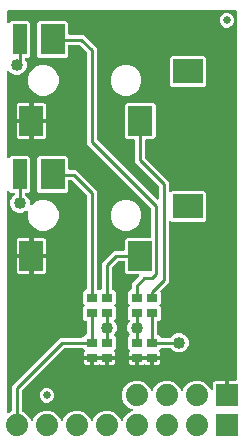
<source format=gbr>
G04 EAGLE Gerber RS-274X export*
G75*
%MOMM*%
%FSLAX34Y34*%
%LPD*%
%INTop Copper*%
%IPPOS*%
%AMOC8*
5,1,8,0,0,1.08239X$1,22.5*%
G01*
%ADD10R,0.900000X0.700000*%
%ADD11R,1.879600X1.879600*%
%ADD12C,1.879600*%
%ADD13R,2.000000X2.500000*%
%ADD14R,2.500000X2.000000*%
%ADD15R,1.200000X2.500000*%
%ADD16C,0.635000*%
%ADD17C,1.016000*%
%ADD18C,0.254000*%

G36*
X101715Y16218D02*
X101715Y16218D01*
X101828Y16228D01*
X101855Y16239D01*
X101885Y16243D01*
X101988Y16289D01*
X102093Y16330D01*
X102117Y16348D01*
X102144Y16360D01*
X102230Y16433D01*
X102320Y16502D01*
X102338Y16525D01*
X102360Y16544D01*
X102402Y16611D01*
X102490Y16729D01*
X102512Y16788D01*
X102538Y16829D01*
X103748Y19751D01*
X107249Y23252D01*
X110171Y24462D01*
X110196Y24477D01*
X110224Y24486D01*
X110319Y24549D01*
X110416Y24607D01*
X110436Y24628D01*
X110461Y24644D01*
X110534Y24731D01*
X110611Y24813D01*
X110625Y24839D01*
X110644Y24862D01*
X110690Y24965D01*
X110741Y25066D01*
X110747Y25095D01*
X110759Y25122D01*
X110775Y25234D01*
X110796Y25345D01*
X110794Y25374D01*
X110798Y25403D01*
X110782Y25515D01*
X110772Y25628D01*
X110761Y25655D01*
X110757Y25685D01*
X110711Y25788D01*
X110670Y25893D01*
X110652Y25917D01*
X110640Y25944D01*
X110567Y26030D01*
X110498Y26120D01*
X110475Y26138D01*
X110456Y26160D01*
X110389Y26202D01*
X110271Y26290D01*
X110212Y26312D01*
X110171Y26338D01*
X107249Y27548D01*
X103748Y31049D01*
X101853Y35624D01*
X101853Y40576D01*
X103748Y45151D01*
X107249Y48652D01*
X111824Y50547D01*
X116776Y50547D01*
X121351Y48652D01*
X124852Y45151D01*
X126062Y42229D01*
X126077Y42204D01*
X126086Y42176D01*
X126149Y42081D01*
X126207Y41984D01*
X126228Y41964D01*
X126244Y41939D01*
X126331Y41866D01*
X126413Y41789D01*
X126439Y41775D01*
X126462Y41756D01*
X126565Y41710D01*
X126666Y41659D01*
X126695Y41653D01*
X126722Y41641D01*
X126834Y41625D01*
X126945Y41604D01*
X126974Y41606D01*
X127003Y41602D01*
X127115Y41618D01*
X127228Y41628D01*
X127255Y41639D01*
X127285Y41643D01*
X127388Y41689D01*
X127493Y41730D01*
X127517Y41748D01*
X127544Y41760D01*
X127630Y41833D01*
X127720Y41902D01*
X127738Y41925D01*
X127760Y41944D01*
X127802Y42011D01*
X127890Y42129D01*
X127912Y42188D01*
X127938Y42229D01*
X129148Y45151D01*
X132649Y48652D01*
X137224Y50547D01*
X142176Y50547D01*
X146751Y48652D01*
X150252Y45151D01*
X151462Y42229D01*
X151477Y42204D01*
X151486Y42176D01*
X151549Y42081D01*
X151607Y41984D01*
X151628Y41964D01*
X151644Y41939D01*
X151731Y41866D01*
X151813Y41789D01*
X151839Y41775D01*
X151862Y41756D01*
X151965Y41710D01*
X152066Y41659D01*
X152095Y41653D01*
X152122Y41641D01*
X152234Y41625D01*
X152345Y41604D01*
X152374Y41606D01*
X152403Y41602D01*
X152515Y41618D01*
X152628Y41628D01*
X152655Y41639D01*
X152685Y41643D01*
X152788Y41689D01*
X152893Y41730D01*
X152917Y41748D01*
X152944Y41760D01*
X153030Y41833D01*
X153120Y41902D01*
X153138Y41925D01*
X153160Y41944D01*
X153202Y42011D01*
X153290Y42129D01*
X153312Y42188D01*
X153338Y42229D01*
X154548Y45151D01*
X158049Y48652D01*
X162624Y50547D01*
X167576Y50547D01*
X172151Y48652D01*
X175652Y45151D01*
X176608Y42842D01*
X176652Y42768D01*
X176687Y42690D01*
X176724Y42646D01*
X176753Y42597D01*
X176815Y42538D01*
X176871Y42473D01*
X176918Y42441D01*
X176959Y42402D01*
X177036Y42363D01*
X177107Y42315D01*
X177161Y42298D01*
X177212Y42272D01*
X177296Y42255D01*
X177378Y42229D01*
X177435Y42228D01*
X177491Y42217D01*
X177576Y42224D01*
X177662Y42222D01*
X177717Y42236D01*
X177774Y42241D01*
X177854Y42272D01*
X177937Y42294D01*
X177986Y42323D01*
X178039Y42343D01*
X178108Y42395D01*
X178182Y42439D01*
X178221Y42480D01*
X178266Y42515D01*
X178318Y42584D01*
X178376Y42646D01*
X178402Y42697D01*
X178436Y42742D01*
X178467Y42823D01*
X178506Y42899D01*
X178514Y42948D01*
X178537Y43008D01*
X178548Y43153D01*
X178561Y43230D01*
X178561Y47832D01*
X178734Y48479D01*
X179069Y49058D01*
X179542Y49531D01*
X180121Y49866D01*
X180768Y50039D01*
X188469Y50039D01*
X188469Y39116D01*
X188477Y39058D01*
X188475Y39000D01*
X188497Y38918D01*
X188509Y38835D01*
X188533Y38781D01*
X188547Y38725D01*
X188590Y38652D01*
X188625Y38575D01*
X188663Y38531D01*
X188693Y38480D01*
X188754Y38423D01*
X188809Y38358D01*
X188857Y38326D01*
X188900Y38286D01*
X188975Y38247D01*
X189045Y38201D01*
X189101Y38183D01*
X189153Y38156D01*
X189221Y38145D01*
X189316Y38115D01*
X189416Y38112D01*
X189484Y38101D01*
X191516Y38101D01*
X191574Y38109D01*
X191632Y38108D01*
X191714Y38129D01*
X191797Y38141D01*
X191851Y38165D01*
X191907Y38179D01*
X191980Y38222D01*
X192057Y38257D01*
X192102Y38295D01*
X192152Y38325D01*
X192210Y38386D01*
X192274Y38441D01*
X192306Y38489D01*
X192346Y38532D01*
X192385Y38607D01*
X192431Y38677D01*
X192449Y38733D01*
X192476Y38785D01*
X192487Y38853D01*
X192517Y38948D01*
X192520Y39048D01*
X192531Y39116D01*
X192531Y50039D01*
X197694Y50039D01*
X197751Y50047D01*
X197810Y50045D01*
X197892Y50067D01*
X197975Y50079D01*
X198028Y50102D01*
X198085Y50117D01*
X198157Y50160D01*
X198235Y50195D01*
X198279Y50232D01*
X198329Y50262D01*
X198387Y50324D01*
X198452Y50378D01*
X198484Y50427D01*
X198524Y50469D01*
X198562Y50545D01*
X198609Y50615D01*
X198627Y50671D01*
X198653Y50722D01*
X198665Y50791D01*
X198695Y50886D01*
X198698Y50986D01*
X198709Y51053D01*
X198878Y362965D01*
X198870Y363024D01*
X198872Y363082D01*
X198850Y363164D01*
X198839Y363247D01*
X198815Y363301D01*
X198800Y363357D01*
X198757Y363430D01*
X198723Y363506D01*
X198685Y363551D01*
X198655Y363602D01*
X198593Y363659D01*
X198539Y363724D01*
X198490Y363756D01*
X198447Y363796D01*
X198372Y363835D01*
X198302Y363881D01*
X198246Y363899D01*
X198194Y363926D01*
X198126Y363937D01*
X198032Y363967D01*
X197931Y363970D01*
X197863Y363981D01*
X5334Y363981D01*
X5276Y363973D01*
X5218Y363975D01*
X5136Y363953D01*
X5052Y363941D01*
X4999Y363918D01*
X4943Y363903D01*
X4870Y363860D01*
X4793Y363825D01*
X4748Y363787D01*
X4698Y363758D01*
X4640Y363696D01*
X4576Y363642D01*
X4544Y363593D01*
X4504Y363550D01*
X4465Y363475D01*
X4418Y363405D01*
X4401Y363349D01*
X4374Y363297D01*
X4363Y363229D01*
X4333Y363134D01*
X4330Y363034D01*
X4319Y362966D01*
X4319Y353881D01*
X4323Y353852D01*
X4320Y353823D01*
X4343Y353712D01*
X4359Y353600D01*
X4371Y353573D01*
X4376Y353544D01*
X4429Y353444D01*
X4475Y353340D01*
X4494Y353318D01*
X4507Y353292D01*
X4586Y353210D01*
X4658Y353123D01*
X4683Y353107D01*
X4703Y353086D01*
X4801Y353029D01*
X4895Y352966D01*
X4923Y352957D01*
X4948Y352942D01*
X5058Y352914D01*
X5166Y352880D01*
X5196Y352879D01*
X5224Y352872D01*
X5337Y352876D01*
X5450Y352873D01*
X5479Y352880D01*
X5508Y352881D01*
X5616Y352916D01*
X5725Y352945D01*
X5751Y352960D01*
X5779Y352969D01*
X5842Y353014D01*
X5970Y353090D01*
X6013Y353135D01*
X6052Y353163D01*
X7737Y354849D01*
X22263Y354849D01*
X24049Y353063D01*
X24049Y325537D01*
X22263Y323751D01*
X20396Y323751D01*
X20366Y323747D01*
X20337Y323750D01*
X20226Y323727D01*
X20114Y323711D01*
X20087Y323699D01*
X20058Y323694D01*
X19958Y323641D01*
X19855Y323595D01*
X19832Y323576D01*
X19806Y323563D01*
X19724Y323485D01*
X19638Y323412D01*
X19621Y323387D01*
X19600Y323367D01*
X19543Y323269D01*
X19480Y323175D01*
X19471Y323147D01*
X19456Y323121D01*
X19428Y323012D01*
X19394Y322904D01*
X19393Y322874D01*
X19386Y322846D01*
X19390Y322733D01*
X19387Y322620D01*
X19394Y322591D01*
X19395Y322562D01*
X19430Y322454D01*
X19459Y322345D01*
X19474Y322319D01*
X19483Y322291D01*
X19528Y322227D01*
X19568Y322161D01*
X20829Y319117D01*
X20829Y315883D01*
X19591Y312895D01*
X17305Y310609D01*
X14317Y309371D01*
X11083Y309371D01*
X8095Y310609D01*
X6052Y312652D01*
X6028Y312670D01*
X6009Y312692D01*
X5915Y312755D01*
X5825Y312823D01*
X5797Y312834D01*
X5773Y312850D01*
X5665Y312884D01*
X5559Y312924D01*
X5530Y312927D01*
X5502Y312936D01*
X5388Y312939D01*
X5276Y312948D01*
X5247Y312942D01*
X5218Y312943D01*
X5108Y312914D01*
X4997Y312892D01*
X4971Y312879D01*
X4943Y312871D01*
X4845Y312813D01*
X4745Y312761D01*
X4723Y312741D01*
X4698Y312726D01*
X4621Y312643D01*
X4539Y312565D01*
X4524Y312540D01*
X4504Y312519D01*
X4452Y312418D01*
X4395Y312320D01*
X4388Y312292D01*
X4374Y312266D01*
X4361Y312188D01*
X4325Y312045D01*
X4327Y311982D01*
X4319Y311934D01*
X4319Y239581D01*
X4323Y239552D01*
X4320Y239523D01*
X4343Y239412D01*
X4359Y239300D01*
X4371Y239273D01*
X4376Y239244D01*
X4429Y239144D01*
X4475Y239040D01*
X4494Y239018D01*
X4507Y238992D01*
X4585Y238910D01*
X4658Y238823D01*
X4683Y238807D01*
X4703Y238786D01*
X4801Y238729D01*
X4895Y238666D01*
X4923Y238657D01*
X4948Y238642D01*
X5058Y238614D01*
X5166Y238580D01*
X5196Y238579D01*
X5224Y238572D01*
X5337Y238576D01*
X5450Y238573D01*
X5479Y238580D01*
X5508Y238581D01*
X5616Y238616D01*
X5725Y238645D01*
X5751Y238660D01*
X5779Y238669D01*
X5842Y238714D01*
X5970Y238790D01*
X6013Y238835D01*
X6052Y238863D01*
X7737Y240549D01*
X22263Y240549D01*
X24049Y238763D01*
X24049Y211237D01*
X22263Y209451D01*
X20574Y209451D01*
X20516Y209443D01*
X20458Y209445D01*
X20376Y209423D01*
X20292Y209411D01*
X20239Y209388D01*
X20183Y209373D01*
X20110Y209330D01*
X20033Y209295D01*
X19988Y209257D01*
X19938Y209228D01*
X19880Y209166D01*
X19816Y209112D01*
X19784Y209063D01*
X19744Y209020D01*
X19705Y208945D01*
X19658Y208875D01*
X19641Y208819D01*
X19614Y208767D01*
X19603Y208699D01*
X19573Y208604D01*
X19570Y208504D01*
X19559Y208436D01*
X19559Y208258D01*
X19571Y208171D01*
X19574Y208084D01*
X19591Y208031D01*
X19599Y207976D01*
X19634Y207896D01*
X19661Y207813D01*
X19689Y207774D01*
X19715Y207717D01*
X19811Y207603D01*
X19856Y207540D01*
X22131Y205265D01*
X23369Y202277D01*
X23369Y199773D01*
X23373Y199744D01*
X23370Y199715D01*
X23393Y199604D01*
X23409Y199492D01*
X23421Y199465D01*
X23426Y199436D01*
X23479Y199336D01*
X23525Y199233D01*
X23544Y199210D01*
X23557Y199184D01*
X23635Y199102D01*
X23708Y199016D01*
X23733Y198999D01*
X23753Y198978D01*
X23851Y198921D01*
X23945Y198858D01*
X23973Y198849D01*
X23998Y198834D01*
X24108Y198806D01*
X24216Y198772D01*
X24246Y198771D01*
X24274Y198764D01*
X24387Y198768D01*
X24500Y198765D01*
X24529Y198772D01*
X24558Y198773D01*
X24666Y198808D01*
X24775Y198837D01*
X24801Y198852D01*
X24829Y198861D01*
X24892Y198906D01*
X25020Y198982D01*
X25063Y199028D01*
X25102Y199056D01*
X27608Y201562D01*
X32404Y203549D01*
X37596Y203549D01*
X42392Y201562D01*
X46062Y197892D01*
X48049Y193096D01*
X48049Y187904D01*
X46062Y183108D01*
X42392Y179438D01*
X37596Y177451D01*
X32404Y177451D01*
X27608Y179438D01*
X23938Y183108D01*
X21951Y187904D01*
X21951Y193096D01*
X21964Y193126D01*
X21985Y193209D01*
X22016Y193289D01*
X22021Y193346D01*
X22035Y193401D01*
X22032Y193487D01*
X22039Y193573D01*
X22028Y193628D01*
X22027Y193685D01*
X22000Y193767D01*
X21983Y193851D01*
X21957Y193902D01*
X21940Y193956D01*
X21892Y194027D01*
X21852Y194104D01*
X21813Y194145D01*
X21782Y194192D01*
X21716Y194247D01*
X21657Y194310D01*
X21608Y194338D01*
X21564Y194375D01*
X21486Y194410D01*
X21411Y194453D01*
X21356Y194467D01*
X21304Y194491D01*
X21219Y194502D01*
X21136Y194524D01*
X21079Y194522D01*
X21023Y194530D01*
X20938Y194517D01*
X20852Y194514D01*
X20798Y194497D01*
X20741Y194489D01*
X20663Y194453D01*
X20581Y194427D01*
X20541Y194398D01*
X20482Y194372D01*
X20372Y194278D01*
X20308Y194232D01*
X19845Y193769D01*
X16857Y192531D01*
X13623Y192531D01*
X10635Y193769D01*
X8349Y196055D01*
X7111Y199043D01*
X7111Y202277D01*
X8349Y205265D01*
X10624Y207540D01*
X10676Y207609D01*
X10736Y207673D01*
X10762Y207723D01*
X10795Y207767D01*
X10826Y207849D01*
X10866Y207927D01*
X10874Y207974D01*
X10896Y208033D01*
X10908Y208180D01*
X10921Y208258D01*
X10921Y208436D01*
X10913Y208494D01*
X10915Y208552D01*
X10893Y208634D01*
X10881Y208718D01*
X10858Y208771D01*
X10843Y208827D01*
X10800Y208900D01*
X10765Y208977D01*
X10727Y209022D01*
X10698Y209072D01*
X10636Y209130D01*
X10582Y209194D01*
X10533Y209226D01*
X10490Y209266D01*
X10415Y209305D01*
X10345Y209352D01*
X10289Y209369D01*
X10237Y209396D01*
X10169Y209407D01*
X10074Y209437D01*
X9974Y209440D01*
X9906Y209451D01*
X7737Y209451D01*
X6052Y211137D01*
X6028Y211154D01*
X6009Y211177D01*
X5915Y211239D01*
X5825Y211307D01*
X5797Y211318D01*
X5773Y211334D01*
X5665Y211368D01*
X5559Y211409D01*
X5530Y211411D01*
X5502Y211420D01*
X5388Y211423D01*
X5276Y211432D01*
X5247Y211427D01*
X5218Y211427D01*
X5108Y211399D01*
X4997Y211376D01*
X4971Y211363D01*
X4943Y211355D01*
X4845Y211298D01*
X4745Y211245D01*
X4723Y211225D01*
X4698Y211210D01*
X4621Y211128D01*
X4539Y211050D01*
X4524Y211024D01*
X4504Y211003D01*
X4452Y210902D01*
X4395Y210804D01*
X4388Y210776D01*
X4374Y210750D01*
X4361Y210672D01*
X4325Y210529D01*
X4327Y210466D01*
X4319Y210419D01*
X4319Y24220D01*
X4335Y24106D01*
X4345Y23992D01*
X4355Y23966D01*
X4359Y23939D01*
X4406Y23834D01*
X4447Y23727D01*
X4463Y23704D01*
X4475Y23679D01*
X4549Y23592D01*
X4618Y23500D01*
X4641Y23483D01*
X4658Y23462D01*
X4754Y23398D01*
X4846Y23330D01*
X4872Y23320D01*
X4895Y23305D01*
X5005Y23270D01*
X5112Y23229D01*
X5140Y23227D01*
X5166Y23219D01*
X5281Y23216D01*
X5395Y23207D01*
X5420Y23212D01*
X5450Y23211D01*
X5707Y23279D01*
X5723Y23282D01*
X7755Y24124D01*
X7756Y24125D01*
X7757Y24125D01*
X7876Y24195D01*
X7999Y24268D01*
X8000Y24269D01*
X8002Y24270D01*
X8099Y24374D01*
X8195Y24475D01*
X8195Y24476D01*
X8196Y24478D01*
X8261Y24603D01*
X8325Y24728D01*
X8325Y24729D01*
X8326Y24731D01*
X8328Y24746D01*
X8380Y25007D01*
X8377Y25037D01*
X8381Y25062D01*
X8381Y46239D01*
X49011Y86869D01*
X67637Y86869D01*
X67723Y86881D01*
X67811Y86884D01*
X67863Y86901D01*
X67918Y86909D01*
X67998Y86944D01*
X68081Y86971D01*
X68120Y86999D01*
X68178Y87025D01*
X68291Y87121D01*
X68355Y87166D01*
X70437Y89249D01*
X70866Y89249D01*
X70924Y89257D01*
X70982Y89255D01*
X71064Y89277D01*
X71148Y89289D01*
X71201Y89312D01*
X71257Y89327D01*
X71330Y89370D01*
X71407Y89405D01*
X71452Y89443D01*
X71502Y89472D01*
X71560Y89534D01*
X71624Y89588D01*
X71656Y89637D01*
X71696Y89680D01*
X71735Y89755D01*
X71782Y89825D01*
X71799Y89881D01*
X71826Y89933D01*
X71837Y90001D01*
X71867Y90096D01*
X71870Y90196D01*
X71881Y90264D01*
X71881Y100236D01*
X71873Y100294D01*
X71875Y100352D01*
X71853Y100434D01*
X71841Y100518D01*
X71818Y100571D01*
X71803Y100627D01*
X71760Y100700D01*
X71725Y100777D01*
X71687Y100822D01*
X71658Y100872D01*
X71596Y100930D01*
X71542Y100994D01*
X71493Y101026D01*
X71450Y101066D01*
X71375Y101105D01*
X71305Y101152D01*
X71249Y101169D01*
X71197Y101196D01*
X71129Y101207D01*
X71034Y101237D01*
X70934Y101240D01*
X70866Y101251D01*
X70437Y101251D01*
X68651Y103037D01*
X68651Y112563D01*
X69671Y113582D01*
X69706Y113629D01*
X69748Y113669D01*
X69791Y113742D01*
X69841Y113809D01*
X69862Y113864D01*
X69892Y113914D01*
X69913Y113996D01*
X69943Y114075D01*
X69948Y114133D01*
X69962Y114190D01*
X69959Y114274D01*
X69966Y114358D01*
X69955Y114416D01*
X69953Y114474D01*
X69927Y114554D01*
X69910Y114637D01*
X69883Y114689D01*
X69865Y114745D01*
X69825Y114801D01*
X69779Y114889D01*
X69711Y114962D01*
X69671Y115018D01*
X68651Y116037D01*
X68651Y125563D01*
X70437Y127349D01*
X70866Y127349D01*
X70924Y127357D01*
X70982Y127355D01*
X71064Y127377D01*
X71148Y127389D01*
X71201Y127412D01*
X71257Y127427D01*
X71330Y127470D01*
X71407Y127505D01*
X71452Y127543D01*
X71502Y127572D01*
X71560Y127634D01*
X71624Y127688D01*
X71656Y127737D01*
X71696Y127780D01*
X71735Y127855D01*
X71782Y127925D01*
X71799Y127981D01*
X71826Y128033D01*
X71837Y128101D01*
X71867Y128196D01*
X71870Y128296D01*
X71881Y128364D01*
X71881Y207341D01*
X71869Y207427D01*
X71866Y207515D01*
X71849Y207567D01*
X71841Y207622D01*
X71806Y207702D01*
X71779Y207785D01*
X71751Y207824D01*
X71725Y207881D01*
X71629Y207995D01*
X71584Y208058D01*
X59468Y220174D01*
X59399Y220226D01*
X59335Y220286D01*
X59285Y220312D01*
X59241Y220345D01*
X59160Y220376D01*
X59082Y220416D01*
X59034Y220424D01*
X58976Y220446D01*
X58828Y220458D01*
X58751Y220471D01*
X57064Y220471D01*
X57006Y220463D01*
X56948Y220465D01*
X56866Y220443D01*
X56782Y220431D01*
X56729Y220408D01*
X56673Y220393D01*
X56600Y220350D01*
X56523Y220315D01*
X56478Y220277D01*
X56428Y220248D01*
X56370Y220186D01*
X56306Y220132D01*
X56274Y220083D01*
X56234Y220040D01*
X56195Y219965D01*
X56148Y219895D01*
X56131Y219839D01*
X56104Y219787D01*
X56093Y219719D01*
X56063Y219624D01*
X56060Y219524D01*
X56049Y219456D01*
X56049Y211237D01*
X54263Y209451D01*
X31737Y209451D01*
X29951Y211237D01*
X29951Y238763D01*
X31737Y240549D01*
X54263Y240549D01*
X56049Y238763D01*
X56049Y230124D01*
X56057Y230066D01*
X56055Y230008D01*
X56077Y229926D01*
X56089Y229842D01*
X56112Y229789D01*
X56127Y229733D01*
X56170Y229660D01*
X56205Y229583D01*
X56243Y229538D01*
X56272Y229488D01*
X56334Y229430D01*
X56388Y229366D01*
X56437Y229334D01*
X56480Y229294D01*
X56555Y229255D01*
X56625Y229208D01*
X56681Y229191D01*
X56733Y229164D01*
X56801Y229153D01*
X56896Y229123D01*
X56996Y229120D01*
X57064Y229109D01*
X62749Y229109D01*
X80519Y211339D01*
X80519Y128364D01*
X80527Y128306D01*
X80525Y128248D01*
X80547Y128166D01*
X80559Y128082D01*
X80582Y128029D01*
X80597Y127973D01*
X80640Y127900D01*
X80675Y127823D01*
X80713Y127778D01*
X80742Y127728D01*
X80804Y127670D01*
X80858Y127606D01*
X80907Y127574D01*
X80950Y127534D01*
X81025Y127495D01*
X81095Y127448D01*
X81151Y127431D01*
X81203Y127404D01*
X81271Y127393D01*
X81366Y127363D01*
X81466Y127360D01*
X81534Y127349D01*
X82006Y127349D01*
X82059Y127309D01*
X82114Y127288D01*
X82164Y127258D01*
X82246Y127237D01*
X82325Y127207D01*
X82383Y127202D01*
X82440Y127188D01*
X82524Y127191D01*
X82608Y127184D01*
X82666Y127195D01*
X82724Y127197D01*
X82804Y127223D01*
X82887Y127240D01*
X82939Y127267D01*
X82995Y127285D01*
X83051Y127325D01*
X83097Y127349D01*
X83566Y127349D01*
X83624Y127357D01*
X83682Y127355D01*
X83764Y127377D01*
X83848Y127389D01*
X83901Y127412D01*
X83957Y127427D01*
X84030Y127470D01*
X84107Y127505D01*
X84152Y127543D01*
X84202Y127572D01*
X84260Y127634D01*
X84324Y127688D01*
X84356Y127737D01*
X84396Y127780D01*
X84435Y127855D01*
X84482Y127925D01*
X84499Y127981D01*
X84526Y128033D01*
X84537Y128101D01*
X84567Y128196D01*
X84570Y128296D01*
X84581Y128364D01*
X84581Y150379D01*
X94731Y160529D01*
X102936Y160529D01*
X102994Y160537D01*
X103052Y160535D01*
X103134Y160557D01*
X103218Y160569D01*
X103271Y160592D01*
X103327Y160607D01*
X103400Y160650D01*
X103477Y160685D01*
X103522Y160723D01*
X103572Y160752D01*
X103630Y160814D01*
X103694Y160868D01*
X103726Y160917D01*
X103766Y160960D01*
X103805Y161035D01*
X103852Y161105D01*
X103869Y161161D01*
X103896Y161213D01*
X103907Y161281D01*
X103937Y161376D01*
X103940Y161476D01*
X103951Y161544D01*
X103951Y169763D01*
X105737Y171549D01*
X125476Y171549D01*
X125534Y171557D01*
X125592Y171555D01*
X125674Y171577D01*
X125758Y171589D01*
X125811Y171612D01*
X125867Y171627D01*
X125940Y171670D01*
X126017Y171705D01*
X126062Y171743D01*
X126112Y171772D01*
X126170Y171834D01*
X126234Y171888D01*
X126266Y171937D01*
X126306Y171980D01*
X126345Y172055D01*
X126392Y172125D01*
X126409Y172181D01*
X126436Y172233D01*
X126447Y172301D01*
X126477Y172396D01*
X126480Y172496D01*
X126491Y172564D01*
X126491Y195911D01*
X126483Y195967D01*
X126485Y196018D01*
X126478Y196045D01*
X126476Y196085D01*
X126459Y196137D01*
X126451Y196192D01*
X126422Y196258D01*
X126413Y196293D01*
X126404Y196307D01*
X126389Y196355D01*
X126361Y196394D01*
X126335Y196451D01*
X126279Y196518D01*
X126268Y196537D01*
X126244Y196559D01*
X126239Y196565D01*
X126194Y196628D01*
X71881Y250941D01*
X71881Y327991D01*
X71869Y328077D01*
X71866Y328165D01*
X71849Y328217D01*
X71841Y328272D01*
X71806Y328352D01*
X71779Y328435D01*
X71751Y328474D01*
X71725Y328531D01*
X71629Y328645D01*
X71584Y328708D01*
X65818Y334474D01*
X65749Y334526D01*
X65685Y334586D01*
X65635Y334612D01*
X65591Y334645D01*
X65510Y334676D01*
X65432Y334716D01*
X65384Y334724D01*
X65326Y334746D01*
X65178Y334758D01*
X65101Y334771D01*
X57064Y334771D01*
X57006Y334763D01*
X56948Y334765D01*
X56866Y334743D01*
X56782Y334731D01*
X56729Y334708D01*
X56673Y334693D01*
X56600Y334650D01*
X56523Y334615D01*
X56478Y334577D01*
X56428Y334548D01*
X56370Y334486D01*
X56306Y334432D01*
X56274Y334383D01*
X56234Y334340D01*
X56195Y334265D01*
X56148Y334195D01*
X56131Y334139D01*
X56104Y334087D01*
X56093Y334019D01*
X56063Y333924D01*
X56060Y333824D01*
X56049Y333756D01*
X56049Y325537D01*
X54263Y323751D01*
X31737Y323751D01*
X29951Y325537D01*
X29951Y353063D01*
X31737Y354849D01*
X54263Y354849D01*
X56049Y353063D01*
X56049Y344424D01*
X56057Y344366D01*
X56055Y344308D01*
X56077Y344226D01*
X56089Y344142D01*
X56112Y344089D01*
X56127Y344033D01*
X56170Y343960D01*
X56205Y343883D01*
X56243Y343838D01*
X56272Y343788D01*
X56334Y343730D01*
X56388Y343666D01*
X56437Y343634D01*
X56480Y343594D01*
X56555Y343555D01*
X56625Y343508D01*
X56681Y343491D01*
X56733Y343464D01*
X56801Y343453D01*
X56896Y343423D01*
X56996Y343420D01*
X57064Y343409D01*
X69099Y343409D01*
X80519Y331989D01*
X80519Y254939D01*
X80531Y254853D01*
X80534Y254765D01*
X80551Y254713D01*
X80559Y254658D01*
X80594Y254578D01*
X80621Y254495D01*
X80649Y254456D01*
X80675Y254399D01*
X80771Y254285D01*
X80816Y254222D01*
X131108Y203929D01*
X131132Y203912D01*
X131151Y203889D01*
X131245Y203827D01*
X131335Y203759D01*
X131363Y203748D01*
X131387Y203732D01*
X131495Y203698D01*
X131601Y203657D01*
X131630Y203655D01*
X131658Y203646D01*
X131772Y203643D01*
X131884Y203634D01*
X131913Y203640D01*
X131942Y203639D01*
X132052Y203667D01*
X132163Y203690D01*
X132189Y203703D01*
X132217Y203711D01*
X132315Y203768D01*
X132415Y203821D01*
X132437Y203841D01*
X132462Y203856D01*
X132539Y203938D01*
X132621Y204016D01*
X132636Y204042D01*
X132656Y204063D01*
X132708Y204164D01*
X132765Y204262D01*
X132772Y204290D01*
X132786Y204316D01*
X132799Y204394D01*
X132835Y204537D01*
X132833Y204600D01*
X132841Y204647D01*
X132841Y214961D01*
X132829Y215047D01*
X132826Y215135D01*
X132809Y215187D01*
X132801Y215242D01*
X132766Y215322D01*
X132739Y215405D01*
X132711Y215444D01*
X132685Y215501D01*
X132589Y215615D01*
X132544Y215678D01*
X115349Y232874D01*
X115348Y232874D01*
X112521Y235701D01*
X112521Y253736D01*
X112513Y253794D01*
X112515Y253852D01*
X112493Y253934D01*
X112481Y254018D01*
X112458Y254071D01*
X112443Y254127D01*
X112400Y254200D01*
X112365Y254277D01*
X112327Y254322D01*
X112298Y254372D01*
X112236Y254430D01*
X112182Y254494D01*
X112133Y254526D01*
X112090Y254566D01*
X112015Y254605D01*
X111945Y254652D01*
X111889Y254669D01*
X111837Y254696D01*
X111769Y254707D01*
X111674Y254737D01*
X111574Y254740D01*
X111506Y254751D01*
X105737Y254751D01*
X103951Y256537D01*
X103951Y284063D01*
X105737Y285849D01*
X128263Y285849D01*
X130049Y284063D01*
X130049Y256537D01*
X128263Y254751D01*
X122174Y254751D01*
X122116Y254743D01*
X122058Y254745D01*
X121976Y254723D01*
X121892Y254711D01*
X121839Y254688D01*
X121783Y254673D01*
X121710Y254630D01*
X121633Y254595D01*
X121588Y254557D01*
X121538Y254528D01*
X121480Y254466D01*
X121416Y254412D01*
X121384Y254363D01*
X121344Y254320D01*
X121305Y254245D01*
X121258Y254175D01*
X121241Y254119D01*
X121214Y254067D01*
X121203Y253999D01*
X121173Y253904D01*
X121170Y253804D01*
X121159Y253736D01*
X121159Y239699D01*
X121171Y239613D01*
X121174Y239525D01*
X121191Y239473D01*
X121199Y239418D01*
X121234Y239338D01*
X121261Y239255D01*
X121289Y239216D01*
X121315Y239158D01*
X121411Y239045D01*
X121456Y238981D01*
X141479Y218959D01*
X141479Y211241D01*
X141483Y211212D01*
X141480Y211183D01*
X141503Y211072D01*
X141519Y210960D01*
X141531Y210933D01*
X141536Y210904D01*
X141589Y210804D01*
X141635Y210700D01*
X141654Y210678D01*
X141667Y210652D01*
X141745Y210570D01*
X141818Y210483D01*
X141843Y210467D01*
X141863Y210446D01*
X141961Y210389D01*
X142055Y210326D01*
X142083Y210317D01*
X142108Y210302D01*
X142218Y210274D01*
X142326Y210240D01*
X142356Y210239D01*
X142384Y210232D01*
X142497Y210236D01*
X142610Y210233D01*
X142639Y210240D01*
X142668Y210241D01*
X142776Y210276D01*
X142885Y210305D01*
X142911Y210319D01*
X142939Y210329D01*
X143003Y210374D01*
X143130Y210450D01*
X143173Y210495D01*
X143212Y210523D01*
X143737Y211049D01*
X171263Y211049D01*
X173049Y209263D01*
X173049Y186737D01*
X171263Y184951D01*
X143737Y184951D01*
X143212Y185477D01*
X143188Y185494D01*
X143169Y185517D01*
X143115Y185553D01*
X143103Y185564D01*
X143083Y185575D01*
X143075Y185579D01*
X142985Y185647D01*
X142957Y185658D01*
X142933Y185674D01*
X142825Y185708D01*
X142719Y185749D01*
X142690Y185751D01*
X142662Y185760D01*
X142548Y185763D01*
X142436Y185772D01*
X142407Y185767D01*
X142378Y185767D01*
X142268Y185739D01*
X142157Y185716D01*
X142131Y185703D01*
X142103Y185695D01*
X142005Y185638D01*
X141905Y185585D01*
X141883Y185565D01*
X141858Y185550D01*
X141781Y185468D01*
X141699Y185390D01*
X141684Y185364D01*
X141664Y185343D01*
X141612Y185242D01*
X141555Y185144D01*
X141548Y185116D01*
X141534Y185090D01*
X141521Y185012D01*
X141494Y184907D01*
X141493Y184901D01*
X141493Y184900D01*
X141485Y184869D01*
X141487Y184806D01*
X141479Y184759D01*
X141479Y134101D01*
X138652Y131274D01*
X134462Y127085D01*
X134427Y127038D01*
X134385Y126998D01*
X134342Y126925D01*
X134292Y126858D01*
X134271Y126803D01*
X134241Y126753D01*
X134220Y126671D01*
X134190Y126592D01*
X134186Y126534D01*
X134171Y126477D01*
X134174Y126393D01*
X134167Y126309D01*
X134178Y126251D01*
X134180Y126193D01*
X134206Y126113D01*
X134223Y126030D01*
X134250Y125978D01*
X134268Y125922D01*
X134308Y125866D01*
X134354Y125778D01*
X134422Y125705D01*
X134462Y125649D01*
X134549Y125563D01*
X134549Y116037D01*
X133529Y115018D01*
X133494Y114971D01*
X133452Y114931D01*
X133409Y114858D01*
X133359Y114791D01*
X133338Y114736D01*
X133308Y114686D01*
X133287Y114604D01*
X133257Y114525D01*
X133252Y114467D01*
X133238Y114410D01*
X133241Y114326D01*
X133234Y114242D01*
X133245Y114184D01*
X133247Y114126D01*
X133273Y114046D01*
X133290Y113963D01*
X133317Y113911D01*
X133335Y113855D01*
X133375Y113799D01*
X133421Y113711D01*
X133489Y113638D01*
X133529Y113582D01*
X134549Y112563D01*
X134549Y103037D01*
X132763Y101251D01*
X132334Y101251D01*
X132276Y101243D01*
X132218Y101245D01*
X132136Y101223D01*
X132052Y101211D01*
X131999Y101188D01*
X131943Y101173D01*
X131870Y101130D01*
X131793Y101095D01*
X131748Y101057D01*
X131698Y101028D01*
X131640Y100966D01*
X131576Y100912D01*
X131544Y100863D01*
X131504Y100820D01*
X131465Y100745D01*
X131418Y100675D01*
X131401Y100619D01*
X131374Y100567D01*
X131363Y100499D01*
X131333Y100404D01*
X131330Y100304D01*
X131319Y100236D01*
X131319Y90264D01*
X131326Y90214D01*
X131325Y90199D01*
X131327Y90194D01*
X131325Y90148D01*
X131347Y90066D01*
X131359Y89982D01*
X131382Y89929D01*
X131397Y89873D01*
X131440Y89800D01*
X131475Y89723D01*
X131513Y89678D01*
X131542Y89628D01*
X131604Y89570D01*
X131658Y89506D01*
X131707Y89474D01*
X131750Y89434D01*
X131825Y89395D01*
X131895Y89348D01*
X131951Y89331D01*
X132003Y89304D01*
X132071Y89293D01*
X132166Y89263D01*
X132266Y89260D01*
X132334Y89249D01*
X132763Y89249D01*
X134845Y87166D01*
X134915Y87114D01*
X134979Y87054D01*
X135029Y87028D01*
X135073Y86995D01*
X135154Y86964D01*
X135232Y86924D01*
X135280Y86916D01*
X135338Y86894D01*
X135486Y86882D01*
X135563Y86869D01*
X142262Y86869D01*
X142349Y86881D01*
X142436Y86884D01*
X142489Y86901D01*
X142544Y86909D01*
X142624Y86944D01*
X142707Y86971D01*
X142746Y86999D01*
X142803Y87025D01*
X142917Y87121D01*
X142980Y87166D01*
X145255Y89441D01*
X148243Y90679D01*
X151477Y90679D01*
X154465Y89441D01*
X156751Y87155D01*
X157989Y84167D01*
X157989Y80933D01*
X156751Y77945D01*
X154465Y75659D01*
X151477Y74421D01*
X148243Y74421D01*
X145255Y75659D01*
X142980Y77934D01*
X142911Y77986D01*
X142847Y78046D01*
X142797Y78072D01*
X142753Y78105D01*
X142671Y78136D01*
X142593Y78176D01*
X142546Y78184D01*
X142487Y78206D01*
X142340Y78218D01*
X142262Y78231D01*
X135263Y78231D01*
X135177Y78219D01*
X135089Y78216D01*
X135037Y78199D01*
X134982Y78191D01*
X134902Y78156D01*
X134819Y78129D01*
X134780Y78101D01*
X134722Y78075D01*
X134609Y77979D01*
X134545Y77934D01*
X133170Y76559D01*
X133135Y76512D01*
X133093Y76472D01*
X133050Y76399D01*
X132999Y76332D01*
X132978Y76277D01*
X132949Y76226D01*
X132928Y76145D01*
X132898Y76066D01*
X132893Y76007D01*
X132879Y75951D01*
X132882Y75867D01*
X132875Y75783D01*
X132886Y75725D01*
X132888Y75667D01*
X132914Y75587D01*
X132930Y75504D01*
X132957Y75452D01*
X132975Y75396D01*
X133015Y75340D01*
X133061Y75251D01*
X133130Y75179D01*
X133170Y75123D01*
X133533Y74760D01*
X133868Y74181D01*
X134041Y73534D01*
X134041Y71449D01*
X127734Y71449D01*
X127676Y71441D01*
X127618Y71443D01*
X127536Y71421D01*
X127453Y71409D01*
X127399Y71386D01*
X127343Y71371D01*
X127270Y71328D01*
X127193Y71293D01*
X127149Y71255D01*
X127098Y71226D01*
X127041Y71164D01*
X126997Y71127D01*
X126996Y71128D01*
X126941Y71192D01*
X126893Y71224D01*
X126850Y71264D01*
X126775Y71303D01*
X126705Y71350D01*
X126649Y71367D01*
X126597Y71394D01*
X126529Y71405D01*
X126434Y71435D01*
X126334Y71438D01*
X126266Y71449D01*
X115034Y71449D01*
X114976Y71441D01*
X114918Y71443D01*
X114836Y71421D01*
X114753Y71409D01*
X114699Y71386D01*
X114643Y71371D01*
X114570Y71328D01*
X114493Y71293D01*
X114449Y71255D01*
X114398Y71226D01*
X114341Y71164D01*
X114297Y71127D01*
X114296Y71128D01*
X114241Y71192D01*
X114193Y71224D01*
X114150Y71264D01*
X114075Y71303D01*
X114005Y71350D01*
X113949Y71367D01*
X113897Y71394D01*
X113829Y71405D01*
X113734Y71435D01*
X113634Y71438D01*
X113566Y71449D01*
X107259Y71449D01*
X107259Y73534D01*
X107432Y74181D01*
X107767Y74760D01*
X108130Y75123D01*
X108165Y75170D01*
X108207Y75210D01*
X108250Y75283D01*
X108301Y75350D01*
X108322Y75405D01*
X108351Y75455D01*
X108372Y75537D01*
X108402Y75616D01*
X108407Y75674D01*
X108421Y75731D01*
X108418Y75815D01*
X108425Y75899D01*
X108414Y75956D01*
X108412Y76015D01*
X108386Y76095D01*
X108370Y76178D01*
X108343Y76230D01*
X108325Y76285D01*
X108284Y76342D01*
X108239Y76430D01*
X108170Y76502D01*
X108130Y76559D01*
X106751Y77937D01*
X106751Y87463D01*
X107953Y88665D01*
X107989Y88712D01*
X108031Y88752D01*
X108074Y88825D01*
X108124Y88892D01*
X108145Y88947D01*
X108175Y88997D01*
X108196Y89079D01*
X108226Y89158D01*
X108230Y89216D01*
X108245Y89273D01*
X108242Y89357D01*
X108249Y89441D01*
X108238Y89498D01*
X108236Y89557D01*
X108210Y89637D01*
X108193Y89720D01*
X108166Y89772D01*
X108148Y89827D01*
X108108Y89884D01*
X108062Y89972D01*
X107994Y90045D01*
X107953Y90101D01*
X107409Y90645D01*
X106171Y93633D01*
X106171Y96867D01*
X107409Y99855D01*
X107953Y100399D01*
X107989Y100446D01*
X108031Y100486D01*
X108074Y100559D01*
X108124Y100626D01*
X108145Y100681D01*
X108175Y100732D01*
X108195Y100813D01*
X108226Y100892D01*
X108230Y100950D01*
X108245Y101007D01*
X108242Y101091D01*
X108249Y101175D01*
X108238Y101233D01*
X108236Y101291D01*
X108210Y101371D01*
X108193Y101454D01*
X108166Y101506D01*
X108148Y101562D01*
X108108Y101618D01*
X108062Y101706D01*
X107994Y101779D01*
X107953Y101835D01*
X106751Y103037D01*
X106751Y112563D01*
X107771Y113582D01*
X107806Y113629D01*
X107848Y113669D01*
X107891Y113742D01*
X107941Y113809D01*
X107962Y113864D01*
X107992Y113914D01*
X108013Y113996D01*
X108043Y114075D01*
X108048Y114133D01*
X108062Y114190D01*
X108059Y114274D01*
X108066Y114358D01*
X108055Y114416D01*
X108053Y114474D01*
X108027Y114554D01*
X108010Y114637D01*
X107983Y114689D01*
X107965Y114745D01*
X107925Y114801D01*
X107879Y114889D01*
X107811Y114962D01*
X107771Y115018D01*
X106751Y116037D01*
X106751Y125563D01*
X108537Y127349D01*
X108966Y127349D01*
X109024Y127357D01*
X109082Y127355D01*
X109164Y127377D01*
X109248Y127389D01*
X109301Y127412D01*
X109357Y127427D01*
X109430Y127470D01*
X109507Y127505D01*
X109552Y127543D01*
X109602Y127572D01*
X109660Y127634D01*
X109724Y127688D01*
X109756Y127737D01*
X109796Y127780D01*
X109835Y127855D01*
X109882Y127925D01*
X109899Y127981D01*
X109926Y128033D01*
X109937Y128101D01*
X109967Y128196D01*
X109970Y128296D01*
X109981Y128364D01*
X109981Y132599D01*
X116034Y138651D01*
X116100Y138718D01*
X116118Y138742D01*
X116141Y138761D01*
X116203Y138855D01*
X116271Y138945D01*
X116282Y138973D01*
X116298Y138997D01*
X116332Y139105D01*
X116373Y139211D01*
X116375Y139240D01*
X116384Y139268D01*
X116387Y139381D01*
X116396Y139494D01*
X116390Y139523D01*
X116391Y139552D01*
X116363Y139662D01*
X116340Y139773D01*
X116327Y139799D01*
X116319Y139827D01*
X116262Y139925D01*
X116209Y140025D01*
X116189Y140047D01*
X116174Y140072D01*
X116092Y140149D01*
X116014Y140231D01*
X115988Y140246D01*
X115967Y140266D01*
X115866Y140318D01*
X115768Y140375D01*
X115740Y140382D01*
X115714Y140396D01*
X115636Y140409D01*
X115493Y140445D01*
X115430Y140443D01*
X115383Y140451D01*
X105737Y140451D01*
X103951Y142237D01*
X103951Y150876D01*
X103943Y150934D01*
X103945Y150992D01*
X103923Y151074D01*
X103911Y151158D01*
X103888Y151211D01*
X103873Y151267D01*
X103830Y151340D01*
X103795Y151417D01*
X103757Y151462D01*
X103728Y151512D01*
X103666Y151570D01*
X103612Y151634D01*
X103563Y151666D01*
X103520Y151706D01*
X103445Y151745D01*
X103375Y151792D01*
X103319Y151809D01*
X103267Y151836D01*
X103199Y151847D01*
X103104Y151877D01*
X103004Y151880D01*
X102936Y151891D01*
X98729Y151891D01*
X98643Y151879D01*
X98555Y151876D01*
X98503Y151859D01*
X98448Y151851D01*
X98368Y151816D01*
X98285Y151789D01*
X98246Y151761D01*
X98189Y151735D01*
X98075Y151639D01*
X98012Y151594D01*
X93516Y147098D01*
X93464Y147029D01*
X93404Y146965D01*
X93378Y146915D01*
X93345Y146871D01*
X93314Y146790D01*
X93274Y146712D01*
X93266Y146664D01*
X93244Y146606D01*
X93232Y146458D01*
X93219Y146381D01*
X93219Y128364D01*
X93227Y128306D01*
X93225Y128248D01*
X93247Y128166D01*
X93259Y128082D01*
X93282Y128029D01*
X93297Y127973D01*
X93340Y127900D01*
X93375Y127823D01*
X93413Y127778D01*
X93442Y127728D01*
X93504Y127670D01*
X93558Y127606D01*
X93607Y127574D01*
X93650Y127534D01*
X93725Y127495D01*
X93795Y127448D01*
X93851Y127431D01*
X93903Y127404D01*
X93971Y127393D01*
X94066Y127363D01*
X94166Y127360D01*
X94234Y127349D01*
X94663Y127349D01*
X96449Y125563D01*
X96449Y116037D01*
X95429Y115018D01*
X95394Y114971D01*
X95352Y114931D01*
X95309Y114858D01*
X95259Y114791D01*
X95238Y114736D01*
X95208Y114686D01*
X95187Y114604D01*
X95157Y114525D01*
X95152Y114467D01*
X95138Y114410D01*
X95141Y114326D01*
X95134Y114242D01*
X95145Y114184D01*
X95147Y114126D01*
X95173Y114046D01*
X95190Y113963D01*
X95217Y113911D01*
X95235Y113855D01*
X95275Y113799D01*
X95321Y113711D01*
X95389Y113638D01*
X95429Y113582D01*
X96449Y112563D01*
X96449Y103037D01*
X95247Y101835D01*
X95211Y101788D01*
X95169Y101748D01*
X95126Y101675D01*
X95076Y101608D01*
X95055Y101553D01*
X95025Y101503D01*
X95004Y101421D01*
X94974Y101342D01*
X94970Y101284D01*
X94955Y101227D01*
X94958Y101143D01*
X94951Y101059D01*
X94962Y101002D01*
X94964Y100943D01*
X94990Y100863D01*
X95007Y100780D01*
X95034Y100728D01*
X95052Y100673D01*
X95092Y100616D01*
X95138Y100528D01*
X95206Y100455D01*
X95247Y100399D01*
X95791Y99855D01*
X97029Y96867D01*
X97029Y93633D01*
X95791Y90645D01*
X95247Y90101D01*
X95211Y90054D01*
X95169Y90014D01*
X95126Y89941D01*
X95076Y89874D01*
X95055Y89819D01*
X95025Y89768D01*
X95005Y89687D01*
X94974Y89608D01*
X94970Y89550D01*
X94955Y89493D01*
X94958Y89409D01*
X94951Y89325D01*
X94962Y89267D01*
X94964Y89209D01*
X94990Y89129D01*
X95007Y89046D01*
X95034Y88994D01*
X95052Y88938D01*
X95092Y88882D01*
X95138Y88794D01*
X95206Y88721D01*
X95247Y88665D01*
X96449Y87463D01*
X96449Y77937D01*
X95070Y76559D01*
X95035Y76512D01*
X94993Y76472D01*
X94950Y76399D01*
X94899Y76332D01*
X94878Y76277D01*
X94849Y76226D01*
X94828Y76145D01*
X94798Y76066D01*
X94793Y76007D01*
X94779Y75951D01*
X94782Y75867D01*
X94775Y75783D01*
X94786Y75725D01*
X94788Y75667D01*
X94814Y75587D01*
X94830Y75504D01*
X94857Y75452D01*
X94875Y75396D01*
X94915Y75340D01*
X94961Y75251D01*
X95030Y75179D01*
X95070Y75123D01*
X95433Y74760D01*
X95768Y74181D01*
X95941Y73534D01*
X95941Y71449D01*
X89634Y71449D01*
X89576Y71441D01*
X89518Y71443D01*
X89436Y71421D01*
X89353Y71409D01*
X89299Y71386D01*
X89243Y71371D01*
X89170Y71328D01*
X89093Y71293D01*
X89049Y71255D01*
X88998Y71226D01*
X88941Y71164D01*
X88897Y71127D01*
X88896Y71128D01*
X88841Y71192D01*
X88793Y71224D01*
X88750Y71264D01*
X88675Y71303D01*
X88605Y71350D01*
X88549Y71367D01*
X88497Y71394D01*
X88429Y71405D01*
X88334Y71435D01*
X88234Y71438D01*
X88166Y71449D01*
X76934Y71449D01*
X76876Y71441D01*
X76818Y71443D01*
X76736Y71421D01*
X76653Y71409D01*
X76599Y71386D01*
X76543Y71371D01*
X76470Y71328D01*
X76393Y71293D01*
X76349Y71255D01*
X76298Y71226D01*
X76241Y71164D01*
X76197Y71127D01*
X76196Y71128D01*
X76141Y71192D01*
X76093Y71224D01*
X76050Y71264D01*
X75975Y71303D01*
X75905Y71350D01*
X75849Y71367D01*
X75797Y71394D01*
X75729Y71405D01*
X75634Y71435D01*
X75534Y71438D01*
X75466Y71449D01*
X69159Y71449D01*
X69159Y73534D01*
X69332Y74181D01*
X69667Y74760D01*
X70030Y75123D01*
X70065Y75170D01*
X70107Y75210D01*
X70150Y75283D01*
X70201Y75350D01*
X70222Y75405D01*
X70251Y75455D01*
X70272Y75537D01*
X70302Y75616D01*
X70307Y75674D01*
X70321Y75731D01*
X70318Y75815D01*
X70325Y75899D01*
X70314Y75956D01*
X70312Y76015D01*
X70286Y76095D01*
X70270Y76178D01*
X70243Y76230D01*
X70225Y76285D01*
X70184Y76342D01*
X70139Y76430D01*
X70070Y76502D01*
X70030Y76559D01*
X68655Y77934D01*
X68585Y77986D01*
X68521Y78046D01*
X68471Y78072D01*
X68427Y78105D01*
X68346Y78136D01*
X68268Y78176D01*
X68220Y78184D01*
X68162Y78206D01*
X68014Y78218D01*
X67937Y78231D01*
X53009Y78231D01*
X52923Y78219D01*
X52835Y78216D01*
X52783Y78199D01*
X52728Y78191D01*
X52648Y78156D01*
X52565Y78129D01*
X52526Y78101D01*
X52469Y78075D01*
X52355Y77979D01*
X52292Y77934D01*
X17316Y42958D01*
X17264Y42889D01*
X17204Y42825D01*
X17178Y42775D01*
X17145Y42731D01*
X17114Y42650D01*
X17074Y42572D01*
X17066Y42524D01*
X17044Y42466D01*
X17032Y42318D01*
X17019Y42241D01*
X17019Y25062D01*
X17019Y25060D01*
X17019Y25059D01*
X17039Y24919D01*
X17059Y24780D01*
X17059Y24779D01*
X17059Y24777D01*
X17116Y24651D01*
X17175Y24521D01*
X17176Y24520D01*
X17177Y24518D01*
X17268Y24411D01*
X17358Y24304D01*
X17360Y24303D01*
X17361Y24302D01*
X17374Y24294D01*
X17595Y24146D01*
X17624Y24137D01*
X17645Y24124D01*
X19751Y23252D01*
X23252Y19751D01*
X24462Y16829D01*
X24477Y16804D01*
X24486Y16776D01*
X24549Y16681D01*
X24607Y16584D01*
X24628Y16564D01*
X24644Y16539D01*
X24731Y16466D01*
X24813Y16389D01*
X24839Y16375D01*
X24862Y16356D01*
X24965Y16310D01*
X25066Y16259D01*
X25095Y16253D01*
X25122Y16241D01*
X25234Y16225D01*
X25345Y16204D01*
X25374Y16206D01*
X25403Y16202D01*
X25515Y16218D01*
X25628Y16228D01*
X25655Y16239D01*
X25685Y16243D01*
X25788Y16289D01*
X25893Y16330D01*
X25917Y16348D01*
X25944Y16360D01*
X26030Y16433D01*
X26120Y16502D01*
X26138Y16525D01*
X26160Y16544D01*
X26202Y16611D01*
X26290Y16729D01*
X26312Y16788D01*
X26338Y16829D01*
X27548Y19751D01*
X31049Y23252D01*
X35624Y25147D01*
X40576Y25147D01*
X45151Y23252D01*
X48652Y19751D01*
X49862Y16829D01*
X49877Y16804D01*
X49886Y16776D01*
X49949Y16681D01*
X50007Y16584D01*
X50028Y16564D01*
X50044Y16539D01*
X50131Y16466D01*
X50213Y16389D01*
X50239Y16375D01*
X50262Y16356D01*
X50365Y16310D01*
X50466Y16259D01*
X50495Y16253D01*
X50522Y16241D01*
X50634Y16225D01*
X50745Y16204D01*
X50774Y16206D01*
X50803Y16202D01*
X50915Y16218D01*
X51028Y16228D01*
X51055Y16239D01*
X51085Y16243D01*
X51188Y16289D01*
X51293Y16330D01*
X51317Y16348D01*
X51344Y16360D01*
X51430Y16433D01*
X51520Y16502D01*
X51538Y16525D01*
X51560Y16544D01*
X51602Y16611D01*
X51690Y16729D01*
X51712Y16788D01*
X51738Y16829D01*
X52948Y19751D01*
X56449Y23252D01*
X61024Y25147D01*
X65976Y25147D01*
X70551Y23252D01*
X74052Y19751D01*
X75262Y16829D01*
X75277Y16804D01*
X75286Y16776D01*
X75349Y16681D01*
X75407Y16584D01*
X75428Y16564D01*
X75444Y16539D01*
X75531Y16466D01*
X75613Y16389D01*
X75639Y16375D01*
X75662Y16356D01*
X75765Y16310D01*
X75866Y16259D01*
X75895Y16253D01*
X75922Y16241D01*
X76034Y16225D01*
X76145Y16204D01*
X76174Y16206D01*
X76203Y16202D01*
X76315Y16218D01*
X76428Y16228D01*
X76455Y16239D01*
X76485Y16243D01*
X76588Y16289D01*
X76693Y16330D01*
X76717Y16348D01*
X76744Y16360D01*
X76830Y16433D01*
X76920Y16502D01*
X76938Y16525D01*
X76960Y16544D01*
X77002Y16611D01*
X77090Y16729D01*
X77112Y16788D01*
X77138Y16829D01*
X78348Y19751D01*
X81849Y23252D01*
X86424Y25147D01*
X91376Y25147D01*
X95951Y23252D01*
X99452Y19751D01*
X100662Y16829D01*
X100677Y16804D01*
X100686Y16776D01*
X100749Y16681D01*
X100807Y16584D01*
X100828Y16564D01*
X100844Y16539D01*
X100931Y16466D01*
X101013Y16389D01*
X101039Y16375D01*
X101062Y16356D01*
X101165Y16310D01*
X101266Y16259D01*
X101295Y16253D01*
X101322Y16241D01*
X101434Y16225D01*
X101545Y16204D01*
X101574Y16206D01*
X101603Y16202D01*
X101715Y16218D01*
G37*
%LPC*%
G36*
X143737Y299251D02*
X143737Y299251D01*
X141951Y301037D01*
X141951Y323563D01*
X143737Y325349D01*
X171263Y325349D01*
X173049Y323563D01*
X173049Y301037D01*
X171263Y299251D01*
X143737Y299251D01*
G37*
%LPD*%
%LPC*%
G36*
X32404Y291751D02*
X32404Y291751D01*
X27608Y293738D01*
X23938Y297408D01*
X21951Y302204D01*
X21951Y307396D01*
X23938Y312192D01*
X27608Y315862D01*
X32404Y317849D01*
X37596Y317849D01*
X42392Y315862D01*
X46062Y312192D01*
X48049Y307396D01*
X48049Y302204D01*
X46062Y297408D01*
X42392Y293738D01*
X37596Y291751D01*
X32404Y291751D01*
G37*
%LPD*%
%LPC*%
G36*
X102404Y291751D02*
X102404Y291751D01*
X97608Y293738D01*
X93938Y297408D01*
X91951Y302204D01*
X91951Y307396D01*
X93938Y312192D01*
X97608Y315862D01*
X102404Y317849D01*
X107596Y317849D01*
X112392Y315862D01*
X116062Y312192D01*
X118049Y307396D01*
X118049Y302204D01*
X116062Y297408D01*
X112392Y293738D01*
X107596Y291751D01*
X102404Y291751D01*
G37*
%LPD*%
%LPC*%
G36*
X102404Y177451D02*
X102404Y177451D01*
X97608Y179438D01*
X93938Y183108D01*
X91951Y187904D01*
X91951Y193096D01*
X93938Y197892D01*
X97608Y201562D01*
X102404Y203549D01*
X107596Y203549D01*
X112392Y201562D01*
X116062Y197892D01*
X118049Y193096D01*
X118049Y187904D01*
X116062Y183108D01*
X112392Y179438D01*
X107596Y177451D01*
X102404Y177451D01*
G37*
%LPD*%
%LPC*%
G36*
X27031Y272331D02*
X27031Y272331D01*
X27031Y285341D01*
X35334Y285341D01*
X35981Y285168D01*
X36560Y284833D01*
X37033Y284360D01*
X37368Y283781D01*
X37541Y283134D01*
X37541Y272331D01*
X27031Y272331D01*
G37*
%LPD*%
%LPC*%
G36*
X27031Y158031D02*
X27031Y158031D01*
X27031Y171041D01*
X35334Y171041D01*
X35981Y170868D01*
X36560Y170533D01*
X37033Y170060D01*
X37368Y169481D01*
X37541Y168834D01*
X37541Y158031D01*
X27031Y158031D01*
G37*
%LPD*%
%LPC*%
G36*
X27031Y255259D02*
X27031Y255259D01*
X27031Y268269D01*
X37541Y268269D01*
X37541Y257466D01*
X37368Y256819D01*
X37033Y256240D01*
X36560Y255767D01*
X35981Y255432D01*
X35334Y255259D01*
X27031Y255259D01*
G37*
%LPD*%
%LPC*%
G36*
X27031Y140959D02*
X27031Y140959D01*
X27031Y153969D01*
X37541Y153969D01*
X37541Y143166D01*
X37368Y142519D01*
X37033Y141940D01*
X36560Y141467D01*
X35981Y141132D01*
X35334Y140959D01*
X27031Y140959D01*
G37*
%LPD*%
%LPC*%
G36*
X12459Y272331D02*
X12459Y272331D01*
X12459Y283134D01*
X12632Y283781D01*
X12967Y284360D01*
X13440Y284833D01*
X14019Y285168D01*
X14666Y285341D01*
X22969Y285341D01*
X22969Y272331D01*
X12459Y272331D01*
G37*
%LPD*%
%LPC*%
G36*
X12459Y158031D02*
X12459Y158031D01*
X12459Y168834D01*
X12632Y169481D01*
X12967Y170060D01*
X13440Y170533D01*
X14019Y170868D01*
X14666Y171041D01*
X22969Y171041D01*
X22969Y158031D01*
X12459Y158031D01*
G37*
%LPD*%
%LPC*%
G36*
X14666Y255259D02*
X14666Y255259D01*
X14019Y255432D01*
X13440Y255767D01*
X12967Y256240D01*
X12632Y256819D01*
X12459Y257466D01*
X12459Y268269D01*
X22969Y268269D01*
X22969Y255259D01*
X14666Y255259D01*
G37*
%LPD*%
%LPC*%
G36*
X14666Y140959D02*
X14666Y140959D01*
X14019Y141132D01*
X13440Y141467D01*
X12967Y141940D01*
X12632Y142519D01*
X12459Y143166D01*
X12459Y153969D01*
X22969Y153969D01*
X22969Y140959D01*
X14666Y140959D01*
G37*
%LPD*%
%LPC*%
G36*
X189262Y349376D02*
X189262Y349376D01*
X186974Y350324D01*
X185224Y352074D01*
X184276Y354362D01*
X184276Y356838D01*
X185224Y359126D01*
X186974Y360876D01*
X189262Y361824D01*
X191738Y361824D01*
X194026Y360876D01*
X195776Y359126D01*
X196724Y356838D01*
X196724Y354362D01*
X195776Y352074D01*
X194026Y350324D01*
X191738Y349376D01*
X189262Y349376D01*
G37*
%LPD*%
%LPC*%
G36*
X36862Y31876D02*
X36862Y31876D01*
X34574Y32824D01*
X32824Y34574D01*
X31876Y36862D01*
X31876Y39338D01*
X32824Y41626D01*
X34574Y43376D01*
X36862Y44324D01*
X39338Y44324D01*
X41626Y43376D01*
X43376Y41626D01*
X44324Y39338D01*
X44324Y36862D01*
X43376Y34574D01*
X41626Y32824D01*
X39338Y31876D01*
X36862Y31876D01*
G37*
%LPD*%
%LPC*%
G36*
X122166Y63659D02*
X122166Y63659D01*
X121519Y63832D01*
X121158Y64041D01*
X121085Y64070D01*
X121018Y64108D01*
X120954Y64123D01*
X120894Y64148D01*
X120816Y64155D01*
X120741Y64173D01*
X120676Y64170D01*
X120611Y64177D01*
X120534Y64163D01*
X120457Y64159D01*
X120405Y64139D01*
X120331Y64126D01*
X120215Y64068D01*
X120142Y64041D01*
X119781Y63832D01*
X119134Y63659D01*
X116049Y63659D01*
X116049Y67951D01*
X125251Y67951D01*
X125251Y63659D01*
X122166Y63659D01*
G37*
%LPD*%
%LPC*%
G36*
X84066Y63659D02*
X84066Y63659D01*
X83419Y63832D01*
X83058Y64041D01*
X82985Y64070D01*
X82918Y64108D01*
X82854Y64123D01*
X82794Y64148D01*
X82716Y64155D01*
X82641Y64173D01*
X82576Y64170D01*
X82511Y64177D01*
X82434Y64163D01*
X82357Y64159D01*
X82305Y64139D01*
X82231Y64126D01*
X82115Y64068D01*
X82042Y64041D01*
X81681Y63832D01*
X81034Y63659D01*
X77949Y63659D01*
X77949Y67951D01*
X87151Y67951D01*
X87151Y63659D01*
X84066Y63659D01*
G37*
%LPD*%
%LPC*%
G36*
X128749Y67951D02*
X128749Y67951D01*
X134041Y67951D01*
X134041Y65866D01*
X133868Y65219D01*
X133533Y64640D01*
X133060Y64167D01*
X132481Y63832D01*
X131834Y63659D01*
X128749Y63659D01*
X128749Y67951D01*
G37*
%LPD*%
%LPC*%
G36*
X90649Y67951D02*
X90649Y67951D01*
X95941Y67951D01*
X95941Y65866D01*
X95768Y65219D01*
X95433Y64640D01*
X94960Y64167D01*
X94381Y63832D01*
X93734Y63659D01*
X90649Y63659D01*
X90649Y67951D01*
G37*
%LPD*%
%LPC*%
G36*
X109466Y63659D02*
X109466Y63659D01*
X108819Y63832D01*
X108240Y64167D01*
X107767Y64640D01*
X107432Y65219D01*
X107259Y65866D01*
X107259Y67951D01*
X112551Y67951D01*
X112551Y63659D01*
X109466Y63659D01*
G37*
%LPD*%
%LPC*%
G36*
X71366Y63659D02*
X71366Y63659D01*
X70719Y63832D01*
X70140Y64167D01*
X69667Y64640D01*
X69332Y65219D01*
X69159Y65866D01*
X69159Y67951D01*
X74451Y67951D01*
X74451Y63659D01*
X71366Y63659D01*
G37*
%LPD*%
%LPC*%
G36*
X24999Y270299D02*
X24999Y270299D01*
X24999Y270301D01*
X25001Y270301D01*
X25001Y270299D01*
X24999Y270299D01*
G37*
%LPD*%
%LPC*%
G36*
X24999Y155999D02*
X24999Y155999D01*
X24999Y156001D01*
X25001Y156001D01*
X25001Y155999D01*
X24999Y155999D01*
G37*
%LPD*%
D10*
X76200Y107800D03*
X76200Y120800D03*
D11*
X190500Y38100D03*
D12*
X165100Y38100D03*
X139700Y38100D03*
X114300Y38100D03*
D11*
X190500Y12700D03*
D12*
X165100Y12700D03*
X139700Y12700D03*
X114300Y12700D03*
X88900Y12700D03*
X63500Y12700D03*
X38100Y12700D03*
X12700Y12700D03*
D13*
X25000Y156000D03*
X117000Y156000D03*
X43000Y225000D03*
D14*
X157500Y198000D03*
D15*
X15000Y225000D03*
D13*
X25000Y270300D03*
X117000Y270300D03*
X43000Y339300D03*
D14*
X157500Y312300D03*
D15*
X15000Y339300D03*
D10*
X88900Y107800D03*
X88900Y120800D03*
X114300Y107800D03*
X114300Y120800D03*
X127000Y107800D03*
X127000Y120800D03*
X76200Y82700D03*
X76200Y69700D03*
X88900Y82700D03*
X88900Y69700D03*
X114300Y82700D03*
X114300Y69700D03*
X127000Y82700D03*
X127000Y69700D03*
D16*
X38100Y38100D03*
X190500Y355600D03*
D17*
X46990Y166370D03*
X101600Y134620D03*
D18*
X12700Y44450D02*
X12700Y12700D01*
X12700Y44450D02*
X50800Y82550D01*
X76050Y82550D01*
X76200Y82700D01*
X76200Y107800D01*
D17*
X15240Y200660D03*
D18*
X15240Y224760D01*
X15000Y225000D01*
D17*
X88900Y95250D03*
D18*
X88900Y107800D01*
X88900Y95250D02*
X88900Y82700D01*
D17*
X114300Y95250D03*
D18*
X114300Y107800D01*
X114300Y95250D02*
X114300Y82700D01*
D17*
X12700Y317500D03*
D18*
X15000Y319800D01*
X15000Y339300D01*
X127000Y107800D02*
X127000Y82700D01*
D17*
X149860Y82550D03*
D18*
X127150Y82550D01*
X127000Y82700D01*
X114300Y120800D02*
X114300Y130810D01*
X120650Y137160D01*
X127000Y137160D01*
X130810Y140970D01*
X130810Y198120D01*
X76200Y330200D02*
X67310Y339090D01*
X43210Y339090D01*
X43000Y339300D01*
X76200Y252730D02*
X130810Y198120D01*
X76200Y252730D02*
X76200Y330200D01*
X116840Y270140D02*
X116840Y237490D01*
X116840Y270140D02*
X117000Y270300D01*
X127000Y125730D02*
X127000Y120800D01*
X127000Y125730D02*
X137160Y135890D01*
X137160Y217170D01*
X116840Y237490D01*
X76200Y209550D02*
X76200Y120800D01*
X76200Y209550D02*
X60960Y224790D01*
X43210Y224790D01*
X43000Y225000D01*
X88900Y148590D02*
X88900Y120800D01*
X88900Y148590D02*
X96520Y156210D01*
X116790Y156210D01*
X117000Y156000D01*
M02*

</source>
